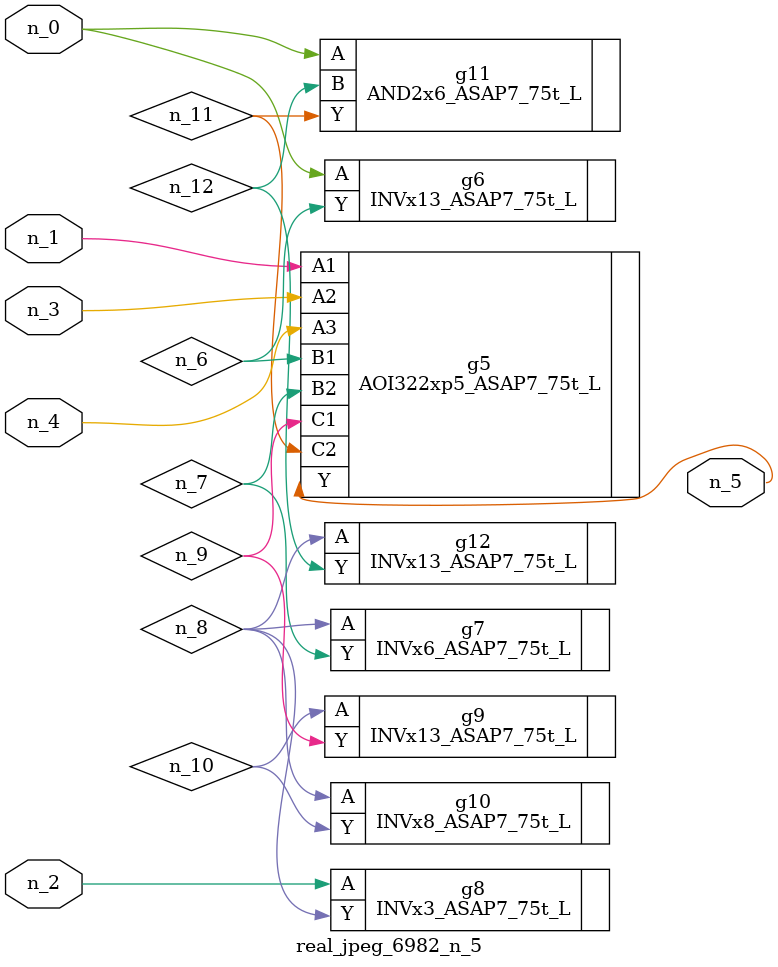
<source format=v>
module real_jpeg_6982_n_5 (n_4, n_0, n_1, n_2, n_3, n_5);

input n_4;
input n_0;
input n_1;
input n_2;
input n_3;

output n_5;

wire n_12;
wire n_8;
wire n_11;
wire n_6;
wire n_7;
wire n_10;
wire n_9;

INVx13_ASAP7_75t_L g6 ( 
.A(n_0),
.Y(n_6)
);

AND2x6_ASAP7_75t_L g11 ( 
.A(n_0),
.B(n_12),
.Y(n_11)
);

AOI322xp5_ASAP7_75t_L g5 ( 
.A1(n_1),
.A2(n_3),
.A3(n_4),
.B1(n_6),
.B2(n_7),
.C1(n_9),
.C2(n_11),
.Y(n_5)
);

INVx3_ASAP7_75t_L g8 ( 
.A(n_2),
.Y(n_8)
);

INVx6_ASAP7_75t_L g7 ( 
.A(n_8),
.Y(n_7)
);

INVx8_ASAP7_75t_L g10 ( 
.A(n_8),
.Y(n_10)
);

INVx13_ASAP7_75t_L g12 ( 
.A(n_8),
.Y(n_12)
);

INVx13_ASAP7_75t_L g9 ( 
.A(n_10),
.Y(n_9)
);


endmodule
</source>
